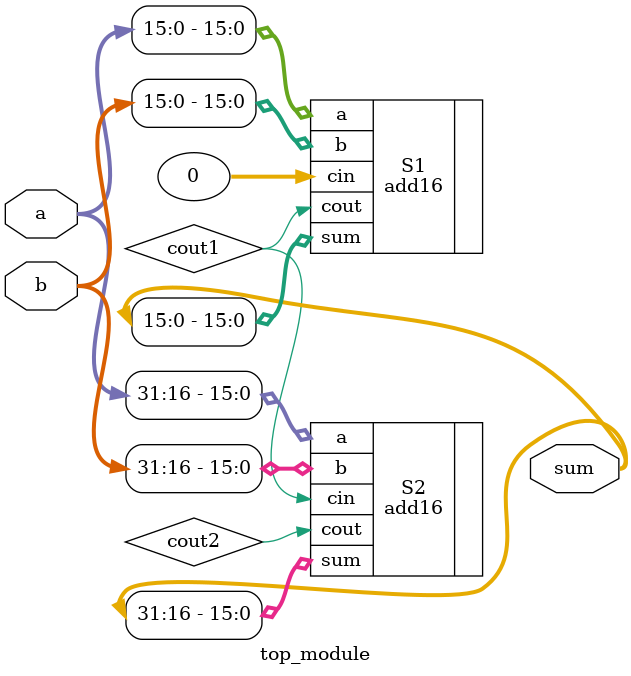
<source format=v>
module top_module (input [31:0] a, b,
			 output [31:0] sum);
	
	wire cout1, cout2;
	add16 S1 (.a(a[15:0]), .b(b[15:0]), .cin(0), .sum(sum[15:0]), .cout(cout1));
	add16 S2 (.a(a[31:16]), .b(b[31:16]), .cin(cout1), .sum(sum[31:16]), .cout(cout2));
endmodule
</source>
